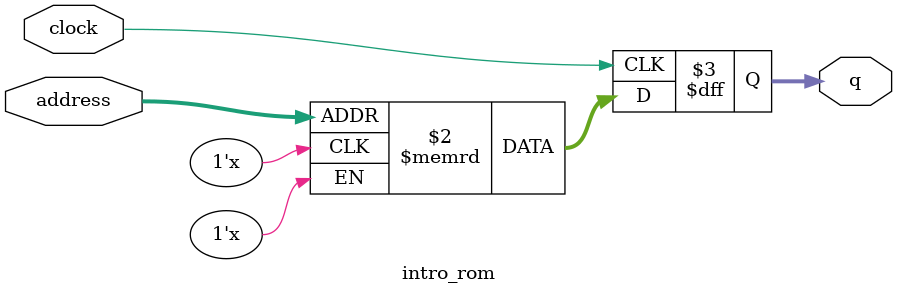
<source format=sv>
module intro_rom (
	input logic clock,
	input logic [15:0] address,
	output logic [3:0] q
);

logic [3:0] memory [0:65535] /* synthesis ram_init_file = "./intro.mif" */;

always_ff @ (posedge clock) begin
	q <= memory[address];
end

endmodule

</source>
